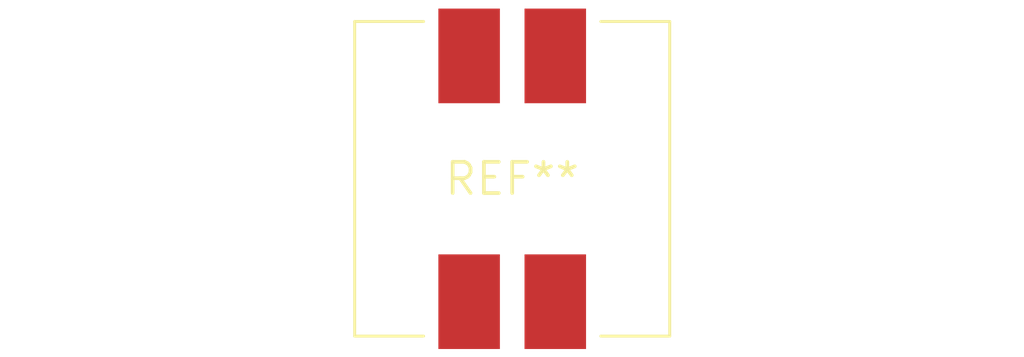
<source format=kicad_pcb>
(kicad_pcb (version 20240108) (generator pcbnew)
  (layers (0 "F.Cu" signal) (31 "B.Cu" signal) (34 "B.Paste" user) (35 "F.Paste" user) (36 "B.SilkS" user "B.Silkscreen") (37 "F.SilkS" user "F.Silkscreen") (38 "B.Mask" user) (39 "F.Mask" user) (44 "Edge.Cuts" user))
  (net 0 "")
  (footprint "L_Wuerth_WE-DD-Typ-L-Typ-XL-Typ-XXL" (layer "F.Cu") (at 0 0)
    (property "Reference" "REF**")
    (property "Value" "L_Wuerth_WE-DD-Typ-L-Typ-XL-Typ-XXL")
    (fp_line (start -6.4 -6.4) (end -3.6 -6.4) (layer "F.SilkS") (stroke (width 0.12)))
    (fp_line (start -6.4 6.4) (end -6.4 -6.4) (layer "F.SilkS") (stroke (width 0.12)))
    (fp_line (start -3.6 6.4) (end -6.4 6.4) (layer "F.SilkS") (stroke (width 0.12)))
    (fp_line (start 3.6 -6.4) (end 6.4 -6.4) (layer "F.SilkS") (stroke (width 0.12)))
    (fp_line (start 6.4 -6.4) (end 6.4 6.4) (layer "F.SilkS") (stroke (width 0.12)))
    (fp_line (start 6.4 6.4) (end 3.6 6.4) (layer "F.SilkS") (stroke (width 0.12)))
    (pad "1" smd rect (at -1.75 -5) (size 2.5 3.85) (layers "F.Cu" "F.Paste" "F.Mask"))
    (pad "2" smd rect (at 1.75 -5) (size 2.5 3.85) (layers "F.Cu" "F.Paste" "F.Mask"))
    (pad "3" smd rect (at 1.75 5) (size 2.5 3.85) (layers "F.Cu" "F.Paste" "F.Mask"))
    (pad "4" smd rect (at -1.75 5) (size 2.5 3.85) (layers "F.Cu" "F.Paste" "F.Mask"))
  )
)
</source>
